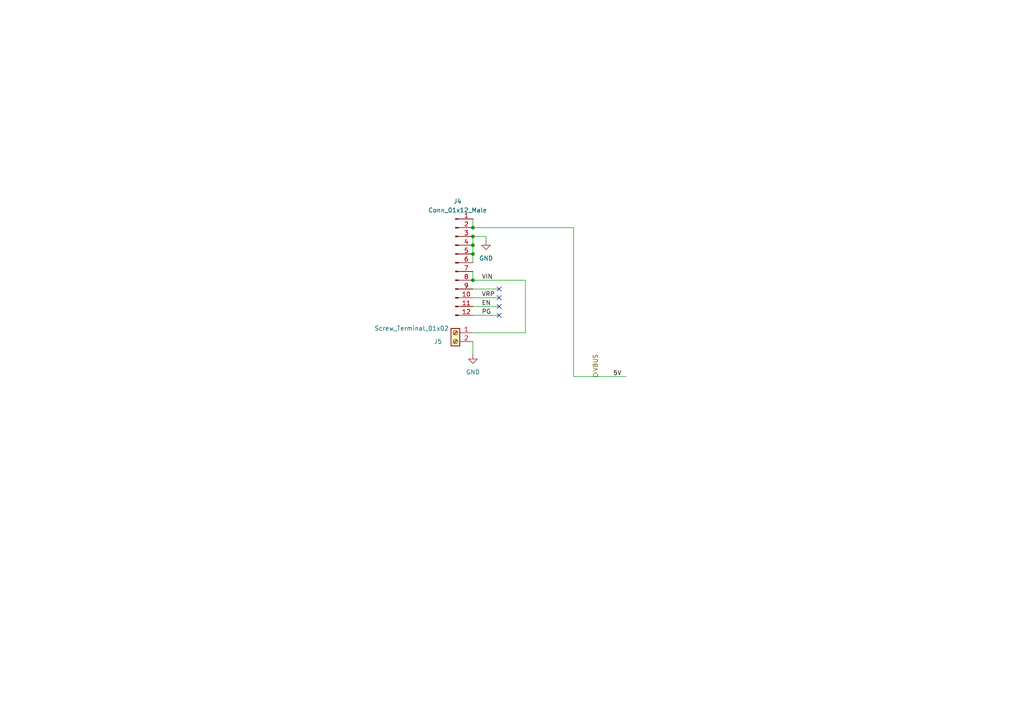
<source format=kicad_sch>
(kicad_sch (version 20230121) (generator eeschema)

  (uuid 34473d51-d35e-4f74-aad6-8ea006f4e2e0)

  (paper "A4")

  (lib_symbols
    (symbol "Connector:Conn_01x12_Male" (pin_names (offset 1.016) hide) (in_bom yes) (on_board yes)
      (property "Reference" "J" (at 0 15.24 0)
        (effects (font (size 1.27 1.27)))
      )
      (property "Value" "Conn_01x12_Male" (at 0 -17.78 0)
        (effects (font (size 1.27 1.27)))
      )
      (property "Footprint" "" (at 0 0 0)
        (effects (font (size 1.27 1.27)) hide)
      )
      (property "Datasheet" "~" (at 0 0 0)
        (effects (font (size 1.27 1.27)) hide)
      )
      (property "ki_keywords" "connector" (at 0 0 0)
        (effects (font (size 1.27 1.27)) hide)
      )
      (property "ki_description" "Generic connector, single row, 01x12, script generated (kicad-library-utils/schlib/autogen/connector/)" (at 0 0 0)
        (effects (font (size 1.27 1.27)) hide)
      )
      (property "ki_fp_filters" "Connector*:*_1x??_*" (at 0 0 0)
        (effects (font (size 1.27 1.27)) hide)
      )
      (symbol "Conn_01x12_Male_1_1"
        (polyline
          (pts
            (xy 1.27 -15.24)
            (xy 0.8636 -15.24)
          )
          (stroke (width 0.1524) (type default))
          (fill (type none))
        )
        (polyline
          (pts
            (xy 1.27 -12.7)
            (xy 0.8636 -12.7)
          )
          (stroke (width 0.1524) (type default))
          (fill (type none))
        )
        (polyline
          (pts
            (xy 1.27 -10.16)
            (xy 0.8636 -10.16)
          )
          (stroke (width 0.1524) (type default))
          (fill (type none))
        )
        (polyline
          (pts
            (xy 1.27 -7.62)
            (xy 0.8636 -7.62)
          )
          (stroke (width 0.1524) (type default))
          (fill (type none))
        )
        (polyline
          (pts
            (xy 1.27 -5.08)
            (xy 0.8636 -5.08)
          )
          (stroke (width 0.1524) (type default))
          (fill (type none))
        )
        (polyline
          (pts
            (xy 1.27 -2.54)
            (xy 0.8636 -2.54)
          )
          (stroke (width 0.1524) (type default))
          (fill (type none))
        )
        (polyline
          (pts
            (xy 1.27 0)
            (xy 0.8636 0)
          )
          (stroke (width 0.1524) (type default))
          (fill (type none))
        )
        (polyline
          (pts
            (xy 1.27 2.54)
            (xy 0.8636 2.54)
          )
          (stroke (width 0.1524) (type default))
          (fill (type none))
        )
        (polyline
          (pts
            (xy 1.27 5.08)
            (xy 0.8636 5.08)
          )
          (stroke (width 0.1524) (type default))
          (fill (type none))
        )
        (polyline
          (pts
            (xy 1.27 7.62)
            (xy 0.8636 7.62)
          )
          (stroke (width 0.1524) (type default))
          (fill (type none))
        )
        (polyline
          (pts
            (xy 1.27 10.16)
            (xy 0.8636 10.16)
          )
          (stroke (width 0.1524) (type default))
          (fill (type none))
        )
        (polyline
          (pts
            (xy 1.27 12.7)
            (xy 0.8636 12.7)
          )
          (stroke (width 0.1524) (type default))
          (fill (type none))
        )
        (rectangle (start 0.8636 -15.113) (end 0 -15.367)
          (stroke (width 0.1524) (type default))
          (fill (type outline))
        )
        (rectangle (start 0.8636 -12.573) (end 0 -12.827)
          (stroke (width 0.1524) (type default))
          (fill (type outline))
        )
        (rectangle (start 0.8636 -10.033) (end 0 -10.287)
          (stroke (width 0.1524) (type default))
          (fill (type outline))
        )
        (rectangle (start 0.8636 -7.493) (end 0 -7.747)
          (stroke (width 0.1524) (type default))
          (fill (type outline))
        )
        (rectangle (start 0.8636 -4.953) (end 0 -5.207)
          (stroke (width 0.1524) (type default))
          (fill (type outline))
        )
        (rectangle (start 0.8636 -2.413) (end 0 -2.667)
          (stroke (width 0.1524) (type default))
          (fill (type outline))
        )
        (rectangle (start 0.8636 0.127) (end 0 -0.127)
          (stroke (width 0.1524) (type default))
          (fill (type outline))
        )
        (rectangle (start 0.8636 2.667) (end 0 2.413)
          (stroke (width 0.1524) (type default))
          (fill (type outline))
        )
        (rectangle (start 0.8636 5.207) (end 0 4.953)
          (stroke (width 0.1524) (type default))
          (fill (type outline))
        )
        (rectangle (start 0.8636 7.747) (end 0 7.493)
          (stroke (width 0.1524) (type default))
          (fill (type outline))
        )
        (rectangle (start 0.8636 10.287) (end 0 10.033)
          (stroke (width 0.1524) (type default))
          (fill (type outline))
        )
        (rectangle (start 0.8636 12.827) (end 0 12.573)
          (stroke (width 0.1524) (type default))
          (fill (type outline))
        )
        (pin passive line (at 5.08 12.7 180) (length 3.81)
          (name "Pin_1" (effects (font (size 1.27 1.27))))
          (number "1" (effects (font (size 1.27 1.27))))
        )
        (pin passive line (at 5.08 -10.16 180) (length 3.81)
          (name "Pin_10" (effects (font (size 1.27 1.27))))
          (number "10" (effects (font (size 1.27 1.27))))
        )
        (pin passive line (at 5.08 -12.7 180) (length 3.81)
          (name "Pin_11" (effects (font (size 1.27 1.27))))
          (number "11" (effects (font (size 1.27 1.27))))
        )
        (pin passive line (at 5.08 -15.24 180) (length 3.81)
          (name "Pin_12" (effects (font (size 1.27 1.27))))
          (number "12" (effects (font (size 1.27 1.27))))
        )
        (pin passive line (at 5.08 10.16 180) (length 3.81)
          (name "Pin_2" (effects (font (size 1.27 1.27))))
          (number "2" (effects (font (size 1.27 1.27))))
        )
        (pin passive line (at 5.08 7.62 180) (length 3.81)
          (name "Pin_3" (effects (font (size 1.27 1.27))))
          (number "3" (effects (font (size 1.27 1.27))))
        )
        (pin passive line (at 5.08 5.08 180) (length 3.81)
          (name "Pin_4" (effects (font (size 1.27 1.27))))
          (number "4" (effects (font (size 1.27 1.27))))
        )
        (pin passive line (at 5.08 2.54 180) (length 3.81)
          (name "Pin_5" (effects (font (size 1.27 1.27))))
          (number "5" (effects (font (size 1.27 1.27))))
        )
        (pin passive line (at 5.08 0 180) (length 3.81)
          (name "Pin_6" (effects (font (size 1.27 1.27))))
          (number "6" (effects (font (size 1.27 1.27))))
        )
        (pin passive line (at 5.08 -2.54 180) (length 3.81)
          (name "Pin_7" (effects (font (size 1.27 1.27))))
          (number "7" (effects (font (size 1.27 1.27))))
        )
        (pin passive line (at 5.08 -5.08 180) (length 3.81)
          (name "Pin_8" (effects (font (size 1.27 1.27))))
          (number "8" (effects (font (size 1.27 1.27))))
        )
        (pin passive line (at 5.08 -7.62 180) (length 3.81)
          (name "Pin_9" (effects (font (size 1.27 1.27))))
          (number "9" (effects (font (size 1.27 1.27))))
        )
      )
    )
    (symbol "Connector:Screw_Terminal_01x02" (pin_names (offset 1.016) hide) (in_bom yes) (on_board yes)
      (property "Reference" "J" (at 0 2.54 0)
        (effects (font (size 1.27 1.27)))
      )
      (property "Value" "Screw_Terminal_01x02" (at 0 -5.08 0)
        (effects (font (size 1.27 1.27)))
      )
      (property "Footprint" "" (at 0 0 0)
        (effects (font (size 1.27 1.27)) hide)
      )
      (property "Datasheet" "~" (at 0 0 0)
        (effects (font (size 1.27 1.27)) hide)
      )
      (property "ki_keywords" "screw terminal" (at 0 0 0)
        (effects (font (size 1.27 1.27)) hide)
      )
      (property "ki_description" "Generic screw terminal, single row, 01x02, script generated (kicad-library-utils/schlib/autogen/connector/)" (at 0 0 0)
        (effects (font (size 1.27 1.27)) hide)
      )
      (property "ki_fp_filters" "TerminalBlock*:*" (at 0 0 0)
        (effects (font (size 1.27 1.27)) hide)
      )
      (symbol "Screw_Terminal_01x02_1_1"
        (rectangle (start -1.27 1.27) (end 1.27 -3.81)
          (stroke (width 0.254) (type default))
          (fill (type background))
        )
        (circle (center 0 -2.54) (radius 0.635)
          (stroke (width 0.1524) (type default))
          (fill (type none))
        )
        (polyline
          (pts
            (xy -0.5334 -2.2098)
            (xy 0.3302 -3.048)
          )
          (stroke (width 0.1524) (type default))
          (fill (type none))
        )
        (polyline
          (pts
            (xy -0.5334 0.3302)
            (xy 0.3302 -0.508)
          )
          (stroke (width 0.1524) (type default))
          (fill (type none))
        )
        (polyline
          (pts
            (xy -0.3556 -2.032)
            (xy 0.508 -2.8702)
          )
          (stroke (width 0.1524) (type default))
          (fill (type none))
        )
        (polyline
          (pts
            (xy -0.3556 0.508)
            (xy 0.508 -0.3302)
          )
          (stroke (width 0.1524) (type default))
          (fill (type none))
        )
        (circle (center 0 0) (radius 0.635)
          (stroke (width 0.1524) (type default))
          (fill (type none))
        )
        (pin passive line (at -5.08 0 0) (length 3.81)
          (name "Pin_1" (effects (font (size 1.27 1.27))))
          (number "1" (effects (font (size 1.27 1.27))))
        )
        (pin passive line (at -5.08 -2.54 0) (length 3.81)
          (name "Pin_2" (effects (font (size 1.27 1.27))))
          (number "2" (effects (font (size 1.27 1.27))))
        )
      )
    )
    (symbol "power:GND" (power) (pin_names (offset 0)) (in_bom yes) (on_board yes)
      (property "Reference" "#PWR" (at 0 -6.35 0)
        (effects (font (size 1.27 1.27)) hide)
      )
      (property "Value" "GND" (at 0 -3.81 0)
        (effects (font (size 1.27 1.27)))
      )
      (property "Footprint" "" (at 0 0 0)
        (effects (font (size 1.27 1.27)) hide)
      )
      (property "Datasheet" "" (at 0 0 0)
        (effects (font (size 1.27 1.27)) hide)
      )
      (property "ki_keywords" "power-flag" (at 0 0 0)
        (effects (font (size 1.27 1.27)) hide)
      )
      (property "ki_description" "Power symbol creates a global label with name \"GND\" , ground" (at 0 0 0)
        (effects (font (size 1.27 1.27)) hide)
      )
      (symbol "GND_0_1"
        (polyline
          (pts
            (xy 0 0)
            (xy 0 -1.27)
            (xy 1.27 -1.27)
            (xy 0 -2.54)
            (xy -1.27 -1.27)
            (xy 0 -1.27)
          )
          (stroke (width 0) (type default))
          (fill (type none))
        )
      )
      (symbol "GND_1_1"
        (pin power_in line (at 0 0 270) (length 0) hide
          (name "GND" (effects (font (size 1.27 1.27))))
          (number "1" (effects (font (size 1.27 1.27))))
        )
      )
    )
  )

  (junction (at 137.16 71.12) (diameter 0) (color 0 0 0 0)
    (uuid 552b5627-2473-45f7-a2c9-44c35743df5f)
  )
  (junction (at 137.16 73.66) (diameter 0) (color 0 0 0 0)
    (uuid 860c04d4-df7c-4c90-953b-ceefe6384cce)
  )
  (junction (at 137.16 66.04) (diameter 0) (color 0 0 0 0)
    (uuid 8ab0a9b9-e81e-4315-ac8f-c9ada99680e8)
  )
  (junction (at 137.16 68.58) (diameter 0) (color 0 0 0 0)
    (uuid d1db0048-506a-440e-a9e4-92d03935b691)
  )
  (junction (at 137.16 81.28) (diameter 0) (color 0 0 0 0)
    (uuid ed8b36c1-a619-4c19-9547-24b375d94572)
  )

  (no_connect (at 144.78 83.82) (uuid 53b8acc6-42d4-41e3-a87d-b5d9452f8ff8))
  (no_connect (at 144.78 86.36) (uuid 7fbe8f1c-a62d-457b-83bf-3f73bbfcded8))
  (no_connect (at 144.78 88.9) (uuid 7fbe8f1c-a62d-457b-83bf-3f73bbfcded9))
  (no_connect (at 144.78 91.44) (uuid 7fbe8f1c-a62d-457b-83bf-3f73bbfcdeda))

  (wire (pts (xy 137.16 71.12) (xy 137.16 73.66))
    (stroke (width 0) (type default))
    (uuid 10627dde-c8f2-4f36-9ac0-0f3ae98a67e9)
  )
  (wire (pts (xy 137.16 63.5) (xy 137.16 66.04))
    (stroke (width 0) (type default))
    (uuid 35dcf3b5-b483-4682-beac-041ee7eebde9)
  )
  (wire (pts (xy 137.16 78.74) (xy 137.16 81.28))
    (stroke (width 0) (type default))
    (uuid 38fd54ba-390d-47a7-9904-479e67eda19c)
  )
  (wire (pts (xy 137.16 96.52) (xy 152.4 96.52))
    (stroke (width 0) (type default))
    (uuid 5ff4822a-d024-4f09-8ba5-e41cfc9423a4)
  )
  (wire (pts (xy 137.16 81.28) (xy 152.4 81.28))
    (stroke (width 0) (type default))
    (uuid 64ddf2ef-800e-4e1f-9074-24da80705075)
  )
  (wire (pts (xy 152.4 96.52) (xy 152.4 81.28))
    (stroke (width 0) (type default))
    (uuid 651b1990-cdd0-4e93-bd36-c494e59994a1)
  )
  (wire (pts (xy 137.16 68.58) (xy 140.97 68.58))
    (stroke (width 0) (type default))
    (uuid 700d5748-8348-4db0-acef-1d8011d5d047)
  )
  (wire (pts (xy 166.37 66.04) (xy 166.37 109.22))
    (stroke (width 0) (type default))
    (uuid 71bee941-ceb3-45f2-b622-1f9ef6d255c0)
  )
  (wire (pts (xy 137.16 99.06) (xy 137.16 102.87))
    (stroke (width 0) (type default))
    (uuid 7b60856b-21be-4669-9231-f4521d54a81c)
  )
  (wire (pts (xy 166.37 109.22) (xy 181.61 109.22))
    (stroke (width 0) (type default))
    (uuid 903ed8e5-6f57-4126-88d2-a978d2cfaec9)
  )
  (wire (pts (xy 137.16 68.58) (xy 137.16 71.12))
    (stroke (width 0) (type default))
    (uuid 9c7cc0ef-48e1-4f3d-b382-b92e272a7d7a)
  )
  (wire (pts (xy 137.16 83.82) (xy 144.78 83.82))
    (stroke (width 0) (type default))
    (uuid aeff779a-e1bb-43a7-a649-da1ee479852e)
  )
  (wire (pts (xy 137.16 91.44) (xy 144.78 91.44))
    (stroke (width 0) (type default))
    (uuid c308c30e-bf19-47be-a186-b4a47f5d6013)
  )
  (wire (pts (xy 140.97 68.58) (xy 140.97 69.85))
    (stroke (width 0) (type default))
    (uuid c95ec3f9-daf1-419e-b1fe-e2f70cac6a05)
  )
  (wire (pts (xy 137.16 73.66) (xy 137.16 76.2))
    (stroke (width 0) (type default))
    (uuid dc30f569-bdf2-4c99-97a1-bdcfe01f4f72)
  )
  (wire (pts (xy 137.16 66.04) (xy 166.37 66.04))
    (stroke (width 0) (type default))
    (uuid dd798331-99c0-41e1-8b62-d789fb252e6c)
  )
  (wire (pts (xy 137.16 88.9) (xy 144.78 88.9))
    (stroke (width 0) (type default))
    (uuid f47d1186-211e-4baf-93f7-e320a2833bfb)
  )
  (wire (pts (xy 137.16 86.36) (xy 144.78 86.36))
    (stroke (width 0) (type default))
    (uuid f4af34a3-0ff8-488b-ad8d-c1c6567846d0)
  )

  (label "VIN" (at 139.7 81.28 0) (fields_autoplaced)
    (effects (font (size 1.27 1.27)) (justify left bottom))
    (uuid 0a74b625-c115-41c0-a3ec-48da073455ed)
  )
  (label "EN" (at 139.7 88.9 0) (fields_autoplaced)
    (effects (font (size 1.27 1.27)) (justify left bottom))
    (uuid 1dedd4b2-5235-412e-b5eb-03fd2007f8ab)
  )
  (label "5V" (at 177.8 109.22 0) (fields_autoplaced)
    (effects (font (size 1.27 1.27)) (justify left bottom))
    (uuid 873d5898-dccd-4cad-aa1b-a70b14596168)
  )
  (label "PG" (at 139.7 91.44 0) (fields_autoplaced)
    (effects (font (size 1.27 1.27)) (justify left bottom))
    (uuid 8927ac5b-ba58-44c1-a099-c85ae8890e37)
  )
  (label "VRP" (at 139.7 86.36 0) (fields_autoplaced)
    (effects (font (size 1.27 1.27)) (justify left bottom))
    (uuid c221035b-f0e0-4e5f-8149-517c95166590)
  )

  (hierarchical_label "VBUS" (shape output) (at 172.72 109.22 90) (fields_autoplaced)
    (effects (font (size 1.27 1.27)) (justify left))
    (uuid fb208e61-6555-4ede-874a-7818131ca73e)
  )

  (symbol (lib_id "Connector:Conn_01x12_Male") (at 132.08 76.2 0) (unit 1)
    (in_bom yes) (on_board yes) (dnp no) (fields_autoplaced)
    (uuid 22a23a73-4b81-44bd-a146-a0e070438d7e)
    (property "Reference" "J4" (at 132.715 58.42 0)
      (effects (font (size 1.27 1.27)))
    )
    (property "Value" "Conn_01x12_Male" (at 132.715 60.96 0)
      (effects (font (size 1.27 1.27)))
    )
    (property "Footprint" "Connector_PinHeader_2.54mm:PinHeader_2x06_P2.54mm_Vertical" (at 132.08 76.2 0)
      (effects (font (size 1.27 1.27)) hide)
    )
    (property "Datasheet" "~" (at 132.08 76.2 0)
      (effects (font (size 1.27 1.27)) hide)
    )
    (pin "1" (uuid b8d36c4d-89a4-46f8-837d-53491b604e39))
    (pin "10" (uuid b8de0fed-d9b8-434a-865f-cff5aaece74a))
    (pin "11" (uuid d0633030-1269-4ebb-ba1b-357bc96a2ef2))
    (pin "12" (uuid 9f1d3ad9-fc2e-4b77-ae50-40803aa72bb9))
    (pin "2" (uuid fce6b857-e789-4604-b528-c2c7554deffe))
    (pin "3" (uuid b17e6506-6b7e-4bb9-8e98-745209fc05c5))
    (pin "4" (uuid 9c3797a4-2806-476a-9125-dc82af5cf417))
    (pin "5" (uuid 052b6015-1bb2-4b34-8a59-ac0b2f2d198a))
    (pin "6" (uuid d9dea6cf-c59b-472e-bf48-dcd828c0da9c))
    (pin "7" (uuid 1c60ac4d-1f23-4fdc-ad50-c8903d5c7dcc))
    (pin "8" (uuid 6e5d5ada-3eb6-4ba4-92c8-0dabd3a3f110))
    (pin "9" (uuid 565fb292-1de6-47dc-8a5c-7bfac4a472f9))
    (instances
      (project "protopico"
        (path "/ed433cb5-1840-428e-8770-a37fe0bb3bc2/125c78dc-4fee-41ae-a8e6-9e5dfbbd24fc"
          (reference "J4") (unit 1)
        )
      )
    )
  )

  (symbol (lib_id "Connector:Screw_Terminal_01x02") (at 132.08 96.52 0) (mirror y) (unit 1)
    (in_bom yes) (on_board yes) (dnp no)
    (uuid 444bc21c-4421-492e-8728-b46643937dde)
    (property "Reference" "J5" (at 127 99.06 0)
      (effects (font (size 1.27 1.27)))
    )
    (property "Value" "Screw_Terminal_01x02" (at 119.38 95.25 0)
      (effects (font (size 1.27 1.27)))
    )
    (property "Footprint" "TerminalBlock:TerminalBlock_bornier-2_P5.08mm" (at 132.08 96.52 0)
      (effects (font (size 1.27 1.27)) hide)
    )
    (property "Datasheet" "~" (at 132.08 96.52 0)
      (effects (font (size 1.27 1.27)) hide)
    )
    (pin "1" (uuid b672c0d3-6456-4e09-b91b-b1e2c2fff15a))
    (pin "2" (uuid 2345dade-01ec-460c-bc4e-00d21c801a31))
    (instances
      (project "protopico"
        (path "/ed433cb5-1840-428e-8770-a37fe0bb3bc2/125c78dc-4fee-41ae-a8e6-9e5dfbbd24fc"
          (reference "J5") (unit 1)
        )
      )
    )
  )

  (symbol (lib_id "power:GND") (at 140.97 69.85 0) (unit 1)
    (in_bom yes) (on_board yes) (dnp no) (fields_autoplaced)
    (uuid 7e6a6179-1705-474e-823b-8084555b423e)
    (property "Reference" "#PWR022" (at 140.97 76.2 0)
      (effects (font (size 1.27 1.27)) hide)
    )
    (property "Value" "~" (at 140.97 74.93 0)
      (effects (font (size 1.27 1.27)))
    )
    (property "Footprint" "" (at 140.97 69.85 0)
      (effects (font (size 1.27 1.27)) hide)
    )
    (property "Datasheet" "" (at 140.97 69.85 0)
      (effects (font (size 1.27 1.27)) hide)
    )
    (pin "1" (uuid d3759da8-25ac-4eb4-82f7-98d19d971cda))
    (instances
      (project "protopico"
        (path "/ed433cb5-1840-428e-8770-a37fe0bb3bc2/125c78dc-4fee-41ae-a8e6-9e5dfbbd24fc"
          (reference "#PWR022") (unit 1)
        )
      )
    )
  )

  (symbol (lib_id "power:GND") (at 137.16 102.87 0) (unit 1)
    (in_bom yes) (on_board yes) (dnp no) (fields_autoplaced)
    (uuid f45dff38-98f3-4687-8d06-1ad509ad69a7)
    (property "Reference" "#PWR023" (at 137.16 109.22 0)
      (effects (font (size 1.27 1.27)) hide)
    )
    (property "Value" "~" (at 137.16 107.95 0)
      (effects (font (size 1.27 1.27)))
    )
    (property "Footprint" "" (at 137.16 102.87 0)
      (effects (font (size 1.27 1.27)) hide)
    )
    (property "Datasheet" "" (at 137.16 102.87 0)
      (effects (font (size 1.27 1.27)) hide)
    )
    (pin "1" (uuid 57ba64a9-72f8-4342-9907-d5a091eb8e15))
    (instances
      (project "protopico"
        (path "/ed433cb5-1840-428e-8770-a37fe0bb3bc2/125c78dc-4fee-41ae-a8e6-9e5dfbbd24fc"
          (reference "#PWR023") (unit 1)
        )
      )
    )
  )
)

</source>
